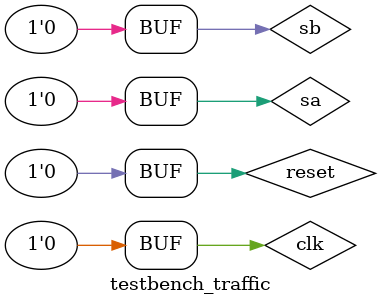
<source format=sv>
`timescale 1ns / 1ps


module testbench_traffic();
    logic clk,reset,sa,sb;
    logic [2:0] La, Lb;
    
    // instantiate device under test
    traffic_light_system dut(clk,reset,sa,sb,La,Lb);
    
    // clock
    always
        begin
        clk = 1; #5;
        clk = 0; #5;
        end
     
    // apply inputs one at a time
    initial begin
        reset = 1; sa= 1; sb = 0; #10;
        reset = 0; #100; 
        sb = 1; #100;
        sa = 0; #100;
        sa = 0; sb = 0; #100;
    end      
endmodule

</source>
